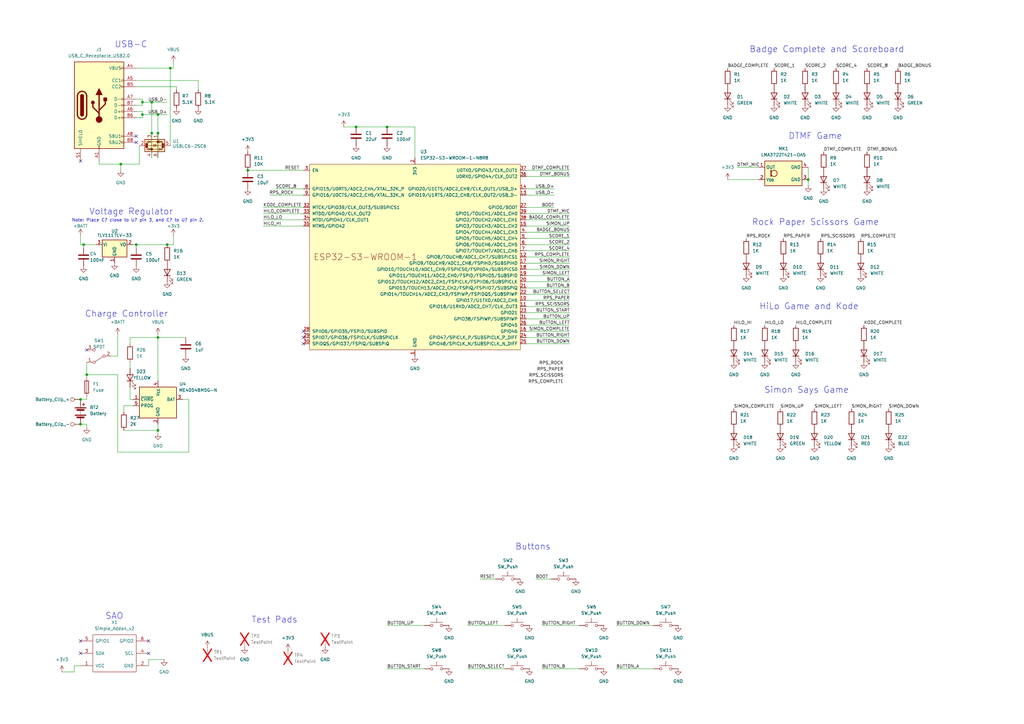
<source format=kicad_sch>
(kicad_sch (version 20250114) (generator "eeschema") (generator_version "9.0")
  (paper "A3")
  (text "USB-C" (at 46.99 19.812 0) (effects (font (size 2.54 2.54)) (justify left bottom)))
  (text "Charge Controller" (at 34.798 130.302 0) (effects (font (size 2.54 2.54)) (justify left bottom)))
  (text "Badge Complete and Scoreboard" (at 307.34 21.844 0) (effects (font (size 2.54 2.54)) (justify left bottom)))
  (text "Test Pads" (at 103.124 255.778 0) (effects (font (size 2.54 2.54)) (justify left bottom)))
  (text "DTMF Game" (at 323.342 57.404 0) (effects (font (size 2.54 2.54)) (justify left bottom)))
  (text "Voltage Regulator" (at 36.576 88.392 0) (effects (font (size 2.54 2.54)) (justify left bottom)))
  (text "SAO" (at 43.18 254.254 0) (effects (font (size 2.54 2.54)) (justify left bottom)))
  (text "HiLo Game and Kode" (at 311.404 127.254 0) (effects (font (size 2.54 2.54)) (justify left bottom)))
  (text "Note: Place C? close to U? pin 3, and C? to U? pin 2." (at 29.464 90.424 0) (effects (font (size 1.27 1.27)) (justify left)))
  (text "Buttons" (at 211.328 225.806 0) (effects (font (size 2.54 2.54)) (justify left bottom)))
  (text "Simon Says Game" (at 313.436 161.544 0) (effects (font (size 2.54 2.54)) (justify left bottom)))
  (text "Rock Paper Scissors Game" (at 308.356 92.71 0) (effects (font (size 2.54 2.54)) (justify left bottom)))
  (junction (at 64.77 176.53))
  (junction (at 68.58 100.33))
  (junction (at 146.05 52.07))
  (junction (at 33.02 173.99))
  (junction (at 101.6 69.85))
  (junction (at 34.29 100.33))
  (junction (at 69.85 27.94))
  (junction (at 64.77 138.43))
  (junction (at 64.77 46.99))
  (junction (at 58.42 46.99))
  (junction (at 49.53 67.31))
  (junction (at 331.47 73.66))
  (junction (at 158.75 52.07))
  (junction (at 35.56 153.67))
  (junction (at 58.42 41.91))
  (junction (at 33.02 163.83))
  (junction (at 62.23 54.61))
  (junction (at 62.23 41.91))
  (junction (at 55.88 100.33))
  (junction (at 64.77 54.61))
  (no_connect (at 124.46 135.89))
  (no_connect (at 33.02 267.97))
  (no_connect (at 124.46 138.43))
  (no_connect (at 60.96 262.89))
  (no_connect (at 60.96 267.97))
  (no_connect (at 33.02 262.89))
  (no_connect (at 55.88 55.88))
  (no_connect (at 35.56 143.51))
  (no_connect (at 124.46 140.97))
  (no_connect (at 33.02 66.04))
  (no_connect (at 55.88 58.42))
  (wire (pts (xy 49.53 67.31) (xy 40.64 67.31)))
  (wire (pts (xy 525.78 64.77) (xy 524.51 64.77)))
  (wire (pts (xy 53.34 163.83) (xy 54.61 163.83)))
  (wire (pts (xy 55.88 100.33) (xy 55.88 101.6)))
  (wire (pts (xy 55.88 100.33) (xy 68.58 100.33)))
  (wire (pts (xy 331.47 73.66) (xy 331.47 76.2)))
  (wire (pts (xy 49.53 67.31) (xy 57.15 67.31)))
  (wire (pts (xy 60.96 270.51) (xy 60.96 273.05)))
  (wire (pts (xy 50.8 166.37) (xy 50.8 168.91)))
  (wire (pts (xy 55.88 45.72) (xy 58.42 45.72)))
  (wire (pts (xy 34.29 100.33) (xy 39.37 100.33)))
  (wire (pts (xy 158.75 256.54) (xy 173.99 256.54)))
  (wire (pts (xy 191.77 274.32) (xy 207.01 274.32)))
  (wire (pts (xy 215.9 120.65) (xy 233.68 120.65)))
  (wire (pts (xy 58.42 45.72) (xy 58.42 46.99)))
  (wire (pts (xy 77.47 163.83) (xy 77.47 185.42)))
  (wire (pts (xy 68.58 100.33) (xy 71.12 100.33)))
  (wire (pts (xy 215.9 102.87) (xy 233.68 102.87)))
  (wire (pts (xy 33.02 96.52) (xy 33.02 100.33)))
  (wire (pts (xy 55.88 33.02) (xy 81.28 33.02)))
  (wire (pts (xy 170.18 52.07) (xy 170.18 64.77)))
  (wire (pts (xy 35.56 163.83) (xy 35.56 162.56)))
  (wire (pts (xy 64.77 138.43) (xy 53.34 138.43)))
  (wire (pts (xy 215.9 95.25) (xy 233.68 95.25)))
  (wire (pts (xy 50.8 176.53) (xy 64.77 176.53)))
  (wire (pts (xy 62.23 54.61) (xy 62.23 64.77)))
  (wire (pts (xy 113.03 77.47) (xy 124.46 77.47)))
  (wire (pts (xy 33.02 163.83) (xy 35.56 163.83)))
  (wire (pts (xy 35.56 153.67) (xy 35.56 154.94)))
  (wire (pts (xy 53.34 138.43) (xy 53.34 140.97)))
  (wire (pts (xy 158.75 274.32) (xy 173.99 274.32)))
  (wire (pts (xy 81.28 33.02) (xy 81.28 36.83)))
  (wire (pts (xy 107.95 92.71) (xy 124.46 92.71)))
  (wire (pts (xy 64.77 138.43) (xy 76.2 138.43)))
  (wire (pts (xy 215.9 140.97) (xy 233.68 140.97)))
  (wire (pts (xy 34.29 100.33) (xy 33.02 100.33)))
  (wire (pts (xy 215.9 113.03) (xy 233.68 113.03)))
  (wire (pts (xy 215.9 80.01) (xy 227.33 80.01)))
  (wire (pts (xy 34.29 100.33) (xy 34.29 101.6)))
  (wire (pts (xy 215.9 138.43) (xy 233.68 138.43)))
  (wire (pts (xy 215.9 107.95) (xy 233.68 107.95)))
  (wire (pts (xy 215.9 100.33) (xy 233.68 100.33)))
  (wire (pts (xy 53.34 148.59) (xy 53.34 151.13)))
  (wire (pts (xy 215.9 123.19) (xy 233.68 123.19)))
  (wire (pts (xy 110.49 80.01) (xy 124.46 80.01)))
  (wire (pts (xy 140.97 52.07) (xy 146.05 52.07)))
  (wire (pts (xy 215.9 105.41) (xy 233.68 105.41)))
  (wire (pts (xy 48.26 153.67) (xy 35.56 153.67)))
  (wire (pts (xy 64.77 54.61) (xy 64.77 64.77)))
  (wire (pts (xy 215.9 77.47) (xy 227.33 77.47)))
  (wire (pts (xy 40.64 67.31) (xy 40.64 66.04)))
  (wire (pts (xy 69.85 27.94) (xy 71.12 27.94)))
  (wire (pts (xy 107.95 87.63) (xy 124.46 87.63)))
  (wire (pts (xy 58.42 43.18) (xy 55.88 43.18)))
  (wire (pts (xy 107.95 90.17) (xy 124.46 90.17)))
  (wire (pts (xy 35.56 173.99) (xy 35.56 175.26)))
  (wire (pts (xy 60.96 270.51) (xy 67.31 270.51)))
  (wire (pts (xy 191.77 256.54) (xy 207.01 256.54)))
  (wire (pts (xy 35.56 148.59) (xy 35.56 153.67)))
  (wire (pts (xy 72.39 35.56) (xy 72.39 36.83)))
  (wire (pts (xy 170.18 52.07) (xy 158.75 52.07)))
  (wire (pts (xy 58.42 41.91) (xy 62.23 41.91)))
  (wire (pts (xy 215.9 125.73) (xy 233.68 125.73)))
  (wire (pts (xy 331.47 68.58) (xy 331.47 73.66)))
  (wire (pts (xy 55.88 40.64) (xy 58.42 40.64)))
  (wire (pts (xy 45.72 146.05) (xy 48.26 146.05)))
  (wire (pts (xy 62.23 41.91) (xy 62.23 54.61)))
  (wire (pts (xy 252.73 274.32) (xy 267.97 274.32)))
  (wire (pts (xy 196.85 237.49) (xy 203.2 237.49)))
  (wire (pts (xy 215.9 110.49) (xy 233.68 110.49)))
  (wire (pts (xy 48.26 137.16) (xy 48.26 146.05)))
  (wire (pts (xy 222.25 274.32) (xy 237.49 274.32)))
  (wire (pts (xy 252.73 256.54) (xy 267.97 256.54)))
  (wire (pts (xy 25.4 275.59) (xy 30.48 275.59)))
  (wire (pts (xy 215.9 90.17) (xy 233.68 90.17)))
  (wire (pts (xy 58.42 40.64) (xy 58.42 41.91)))
  (wire (pts (xy 30.48 275.59) (xy 30.48 273.05)))
  (wire (pts (xy 55.88 35.56) (xy 72.39 35.56)))
  (wire (pts (xy 219.71 237.49) (xy 226.06 237.49)))
  (wire (pts (xy 68.58 41.91) (xy 62.23 41.91)))
  (wire (pts (xy 146.05 52.07) (xy 158.75 52.07)))
  (wire (pts (xy 58.42 41.91) (xy 58.42 43.18)))
  (wire (pts (xy 54.61 100.33) (xy 55.88 100.33)))
  (wire (pts (xy 64.77 46.99) (xy 64.77 54.61)))
  (wire (pts (xy 215.9 130.81) (xy 233.68 130.81)))
  (wire (pts (xy 215.9 133.35) (xy 233.68 133.35)))
  (wire (pts (xy 215.9 135.89) (xy 233.68 135.89)))
  (wire (pts (xy 298.45 73.66) (xy 311.15 73.66)))
  (wire (pts (xy 55.88 48.26) (xy 58.42 48.26)))
  (wire (pts (xy 64.77 137.16) (xy 64.77 138.43)))
  (wire (pts (xy 54.61 166.37) (xy 50.8 166.37)))
  (wire (pts (xy 215.9 97.79) (xy 233.68 97.79)))
  (wire (pts (xy 215.9 92.71) (xy 233.68 92.71)))
  (wire (pts (xy 77.47 185.42) (xy 48.26 185.42)))
  (wire (pts (xy 64.77 138.43) (xy 64.77 156.21)))
  (wire (pts (xy 302.26 68.58) (xy 311.15 68.58)))
  (wire (pts (xy 215.9 128.27) (xy 233.68 128.27)))
  (wire (pts (xy 222.25 256.54) (xy 237.49 256.54)))
  (wire (pts (xy 71.12 25.4) (xy 71.12 27.94)))
  (wire (pts (xy 215.9 72.39) (xy 233.68 72.39)))
  (wire (pts (xy 57.15 59.69) (xy 57.15 67.31)))
  (wire (pts (xy 215.9 85.09) (xy 227.33 85.09)))
  (wire (pts (xy 215.9 115.57) (xy 233.68 115.57)))
  (wire (pts (xy 64.77 177.8) (xy 64.77 176.53)))
  (wire (pts (xy 215.9 118.11) (xy 233.68 118.11)))
  (wire (pts (xy 58.42 46.99) (xy 64.77 46.99)))
  (wire (pts (xy 53.34 158.75) (xy 53.34 163.83)))
  (wire (pts (xy 68.58 46.99) (xy 64.77 46.99)))
  (wire (pts (xy 74.93 163.83) (xy 77.47 163.83)))
  (wire (pts (xy 69.85 27.94) (xy 69.85 59.69)))
  (wire (pts (xy 58.42 46.99) (xy 58.42 48.26)))
  (wire (pts (xy 30.48 273.05) (xy 33.02 273.05)))
  (wire (pts (xy 107.95 85.09) (xy 124.46 85.09)))
  (wire (pts (xy 33.02 173.99) (xy 35.56 173.99)))
  (wire (pts (xy 101.6 69.85) (xy 124.46 69.85)))
  (wire (pts (xy 49.53 69.85) (xy 49.53 67.31)))
  (wire (pts (xy 55.88 27.94) (xy 69.85 27.94)))
  (wire (pts (xy 215.9 69.85) (xy 233.68 69.85)))
  (wire (pts (xy 48.26 185.42) (xy 48.26 153.67)))
  (wire (pts (xy 71.12 96.52) (xy 71.12 100.33)))
  (wire (pts (xy 215.9 87.63) (xy 233.68 87.63)))
  (wire (pts (xy 64.77 176.53) (xy 64.77 173.99)))
  (label "DTMF_BONUS" (at 355.6 62.23 0))
  (label "SIMON_UP" (at 320.04 167.64 0))
  (label "RPS_ROCK" (at 306.07 97.79 0))
  (label "SIMON_RIGHT" (at 349.25 167.64 0))
  (label "SCORE_2" (at 330.2 27.94 0))
  (label "BUTTON_RIGHT" (at 222.25 256.54 0))
  (label "" (at 229.87 96.52 180))
  (label "RPS_PAPER" (at 321.31 97.79 0))
  (label "BUTTON_DOWN" (at 233.68 140.97 180))
  (label "BUTTON_START" (at 233.68 128.27 180))
  (label "BUTTON_B" (at 222.25 274.32 0))
  (label "USB_D+" (at 68.58 46.99 180))
  (label "USB_D-" (at 227.33 80.01 180))
  (label "BUTTON_A" (at 252.73 274.32 0))
  (label "BUTTON_LEFT" (at 191.77 256.54 0))
  (label "RESET" (at 116.84 69.85 0))
  (label "RPS_SCISSORS" (at 233.68 125.73 180))
  (label "SCORE_8" (at 113.03 77.47 0))
  (label "SCORE_1" (at 233.68 97.79 180))
  (label "USB_D-" (at 68.58 41.91 180))
  (label "RPS_COMPLETE" (at 353.06 97.79 0))
  (label "HILO_HI" (at 107.95 92.71 0))
  (label "BADGE_COMPLETE" (at 298.45 27.94 0))
  (label "BUTTON_RIGHT" (at 233.68 138.43 180))
  (label "DTMF_MIC" (at 302.26 68.58 0))
  (label "SIMON_DOWN" (at 233.68 110.49 180))
  (label "USB_D+" (at 227.33 77.47 180))
  (label "BOOT" (at 227.33 85.09 180))
  (label "HILO_HI" (at 300.99 133.35 0))
  (label "BADGE_BONUS" (at 368.3 27.94 0))
  (label "SCORE_8" (at 355.6 27.94 0))
  (label "BUTTON_DOWN" (at 252.73 256.54 0))
  (label "SCORE_4" (at 233.68 102.87 180))
  (label "SCORE_2" (at 233.68 100.33 180))
  (label "SIMON_DOWN" (at 364.49 167.64 0))
  (label "" (at 231.14 96.52 180))
  (label "BUTTON_LEFT" (at 233.68 133.35 180))
  (label "SIMON_LEFT" (at 233.68 113.03 180))
  (label "RPS_SCISSORS" (at 336.55 97.79 0))
  (label "RPS_COMPLETE" (at 233.68 105.41 180))
  (label "KODE_COMPLETE" (at 354.33 133.35 0))
  (label "RPS_PAPER" (at 231.14 152.4 180))
  (label "BUTTON_UP" (at 158.75 256.54 0))
  (label "BUTTON_A" (at 233.68 115.57 180))
  (label "SIMON_UP" (at 233.68 92.71 180))
  (label "BADGE_COMPLETE" (at 233.68 90.17 180))
  (label "BUTTON_SELECT" (at 191.77 274.32 0))
  (label "BOOT" (at 219.71 237.49 0))
  (label "SIMON_COMPLETE" (at 233.68 135.89 180))
  (label "HILO_LO" (at 107.95 90.17 0))
  (label "DTMF_COMPLETE" (at 337.82 62.23 0))
  (label "BADGE_BONUS" (at 233.68 95.25 180))
  (label "RPS_PAPER" (at 233.68 123.19 180))
  (label "RPS_COMPLETE" (at 231.14 157.48 180))
  (label "RPS_ROCK" (at 231.14 149.86 180))
  (label "KODE_COMPLETE" (at 107.95 85.09 0))
  (label "SIMON_LEFT" (at 334.01 167.64 0))
  (label "SCORE_1" (at 317.5 27.94 0))
  (label "DTMF_COMPLETE" (at 233.68 69.85 180))
  (label "BUTTON_B" (at 233.68 118.11 180))
  (label "SIMON_COMPLETE" (at 300.99 167.64 0))
  (label "RPS_ROCK" (at 110.49 80.01 0))
  (label "RPS_SCISSORS" (at 231.14 154.94 180))
  (label "HILO_LO" (at 313.69 133.35 0))
  (label "SIMON_RIGHT" (at 233.68 107.95 180))
  (label "BUTTON_UP" (at 233.68 130.81 180))
  (label "DTMF_BONUS" (at 233.68 72.39 180))
  (label "BUTTON_SELECT" (at 233.68 120.65 180))
  (label "BUTTON_START" (at 158.75 274.32 0))
  (label "SCORE_4" (at 342.9 27.94 0))
  (label "HILO_COMPLETE" (at 326.39 133.35 0))
  (label "RESET" (at 196.85 237.49 0))
  (label "DTMF_MIC" (at 233.68 87.63 180))
  (label "HILO_COMPLETE" (at 107.95 87.63 0))
  (symbol (lib_name "LED_1") (lib_id "Device:LED") (at 298.45 39.37 90) (unit 1)
    (property "Reference" "D1" (at 302.26 39.6874 90) (effects (justify right)))
    (property "Value" "GREEN" (at 302.26 42.2274 90) (effects (justify right)))
    (property "Footprint" "LED_SMD:LED_0805_2012Metric_Pad1.15x1.40mm_HandSolder" (effects (hide yes)))
    (property "Description" "Light emitting diode" (effects (hide yes)))
    (property "Sim.Pins" "1=K 2=A" (effects (hide yes)))
    (property "LCSC" "C2297" (effects (hide yes)))
    (property "Link" "https://jlcpcb.com/partdetail/Hubei_KentoElec-KT0805G/C2297" (effects (hide yes)))
  )
  (symbol (lib_name "LED_1") (lib_id "Device:LED") (at 334.01 179.07 90) (unit 1)
    (property "Reference" "D20" (at 337.82 179.3874 90) (effects (justify right)))
    (property "Value" "YELLOW" (at 337.82 181.9274 90) (effects (justify right)))
    (property "Footprint" "LED_SMD:LED_0805_2012Metric_Pad1.15x1.40mm_HandSolder" (effects (hide yes)))
    (property "Description" "Light emitting diode" (effects (hide yes)))
    (property "Sim.Pins" "1=K 2=A" (effects (hide yes)))
    (property "LCSC" "C2296" (effects (hide yes)))
    (property "Link" "https://jlcpcb.com/partdetail/Hubei_KentoElec-KT0805Y/C2296" (effects (hide yes)))
  )
  (symbol (lib_name "GND_4") (lib_id "power:GND") (at 330.2 43.18 0) (unit 1)
    (property "Reference" "#PWR04" (effects (hide yes)))
    (property "Value" "GND" (at 330.2 48.26 0))
    (property "Description" "Power symbol creates a global label with name \"GND\" , ground" (effects (hide yes)))
  )
  (symbol (lib_name "GND_5") (lib_id "power:GND") (at 247.65 274.32 0) (unit 1)
    (property "Reference" "#PWR053" (effects (hide yes)))
    (property "Value" "GND" (at 247.65 279.4 0))
    (property "Description" "Power symbol creates a global label with name \"GND\" , ground" (effects (hide yes)))
  )
  (symbol (lib_name "LED_1") (lib_id "Device:LED") (at 326.39 144.78 90) (unit 1)
    (property "Reference" "D16" (at 330.2 145.0974 90) (effects (justify right)))
    (property "Value" "WHITE" (at 330.2 147.6374 90) (effects (justify right)))
    (property "Footprint" "LED_SMD:LED_0805_2012Metric_Pad1.15x1.40mm_HandSolder" (effects (hide yes)))
    (property "Description" "Light emitting diode" (effects (hide yes)))
    (property "Sim.Pins" "1=K 2=A" (effects (hide yes)))
    (property "LCSC" "C34499" (effects (hide yes)))
    (property "Link" "https://jlcpcb.com/partdetail/Hubei_KentoElec-KT0805W/C34499" (effects (hide yes)))
  )
  (symbol (lib_id "RuffLabs:LMA3722T421-OA5") (at 321.31 71.12 0) (unit 1)
    (property "Reference" "MK1" (at 321.31 60.96 0))
    (property "Value" "LMA3722T421-OA5" (at 321.31 63.5 0))
    (property "Footprint" "RuffLabs:LMA3722T421-OA5" (effects (hide yes)))
    (property "Datasheet" "https://jlcpcb.com/api/file/downloadByFileSystemAccessId/8603050779259248640" (effects (hide yes)))
    (property "Description" "MEMS microphone" (effects (hide yes)))
    (property "LCSC" "C5373233" (effects (hide yes)))
  )
  (symbol (lib_name "LED_1") (lib_id "Device:LED") (at 364.49 179.07 90) (unit 1)
    (property "Reference" "D22" (at 368.3 179.3874 90) (effects (justify right)))
    (property "Value" "BLUE" (at 368.3 181.9274 90) (effects (justify right)))
    (property "Footprint" "LED_SMD:LED_0805_2012Metric_Pad1.15x1.40mm_HandSolder" (effects (hide yes)))
    (property "Description" "Light emitting diode" (effects (hide yes)))
    (property "Sim.Pins" "1=K 2=A" (effects (hide yes)))
    (property "LCSC" "C2293" (effects (hide yes)))
    (property "Link" "https://jlcpcb.com/partdetail/Hubei_KentoElec-KT0805B/C2293" (effects (hide yes)))
  )
  (symbol (lib_id "Device:R") (at 50.8 172.72 0) (unit 1)
    (property "Reference" "R27" (at 53.34 171.45 0) (effects (justify left)))
    (property "Value" "2K" (at 53.34 173.99 0) (effects (justify left)))
    (property "Footprint" "Resistor_SMD:R_0805_2012Metric_Pad1.20x1.40mm_HandSolder" (effects (hide yes)))
    (property "Description" "Resistor SMD" (effects (hide yes)))
    (property "LCSC" "C17604" (effects (hide yes)))
  )
  (symbol (lib_id "power:GND") (at 68.58 115.57 0) (unit 1)
    (property "Reference" "#PWR029" (effects (hide yes)))
    (property "Value" "GND" (at 68.58 120.65 0))
  )
  (symbol (lib_name "GND_5") (lib_id "power:GND") (at 184.15 274.32 0) (unit 1)
    (property "Reference" "#PWR051" (effects (hide yes)))
    (property "Value" "GND" (at 184.15 279.4 0))
    (property "Description" "Power symbol creates a global label with name \"GND\" , ground" (effects (hide yes)))
  )
  (symbol (lib_id "Switch:SW_Push") (at 179.07 274.32 0) (unit 1)
    (property "Reference" "SW8" (at 179.07 266.7 0))
    (property "Value" "SW_Push" (at 179.07 269.24 0))
    (property "Footprint" "RuffLabs:SW_Push_1P1T_XKB_TS-1187A" (effects (hide yes)))
    (property "LCSC" "C318884" (effects (hide yes)))
  )
  (symbol (lib_name "GND_4") (lib_id "power:GND") (at 337.82 77.47 0) (unit 1)
    (property "Reference" "#PWR013" (effects (hide yes)))
    (property "Value" "GND" (at 337.82 82.55 0))
    (property "Description" "Power symbol creates a global label with name \"GND\" , ground" (effects (hide yes)))
  )
  (symbol (lib_name "+3V3_5") (lib_id "power:+3V3") (at 298.45 73.66 0) (unit 1)
    (property "Reference" "#PWR011" (effects (hide yes)))
    (property "Value" "+3V3" (at 298.45 68.58 0))
    (property "Description" "Power symbol creates a global label with name \"+3V3\"" (effects (hide yes)))
  )
  (symbol (lib_name "LED_1") (lib_id "Device:LED") (at 342.9 39.37 90) (unit 1)
    (property "Reference" "D4" (at 346.71 39.6874 90) (effects (justify right)))
    (property "Value" "WHITE" (at 346.71 42.2274 90) (effects (justify right)))
    (property "Footprint" "LED_SMD:LED_0805_2012Metric_Pad1.15x1.40mm_HandSolder" (effects (hide yes)))
    (property "Description" "Light emitting diode" (effects (hide yes)))
    (property "Sim.Pins" "1=K 2=A" (effects (hide yes)))
    (property "LCSC" "C34499" (effects (hide yes)))
    (property "Link" "https://jlcpcb.com/partdetail/Hubei_KentoElec-KT0805W/C34499" (effects (hide yes)))
  )
  (symbol (lib_id "Device:R") (at 317.5 31.75 0) (unit 1)
    (property "Reference" "R2" (at 320.04 30.4799 0) (effects (justify left)))
    (property "Value" "1K" (at 320.04 33.0199 0) (effects (justify left)))
    (property "Footprint" "Resistor_SMD:R_0805_2012Metric_Pad1.20x1.40mm_HandSolder" (effects (hide yes)))
    (property "Description" "Resistor" (effects (hide yes)))
    (property "LCSC" "C17513" (effects (hide yes)))
  )
  (symbol (lib_id "Device:R") (at 320.04 171.45 0) (unit 1)
    (property "Reference" "R22" (at 322.58 170.1799 0) (effects (justify left)))
    (property "Value" "1K" (at 322.58 172.7199 0) (effects (justify left)))
    (property "Footprint" "Resistor_SMD:R_0805_2012Metric_Pad1.20x1.40mm_HandSolder" (effects (hide yes)))
    (property "Description" "Resistor" (effects (hide yes)))
    (property "LCSC" "C17513" (effects (hide yes)))
  )
  (symbol (lib_name "GND_4") (lib_id "power:GND") (at 317.5 43.18 0) (unit 1)
    (property "Reference" "#PWR03" (effects (hide yes)))
    (property "Value" "GND" (at 317.5 48.26 0))
    (property "Description" "Power symbol creates a global label with name \"GND\" , ground" (effects (hide yes)))
  )
  (symbol (lib_id "Connector:TestPoint") (at 33.02 173.99 90) (unit 1)
    (property "Reference" "BT3" (effects (hide yes)))
    (property "Value" "Battery_Clip_-" (at 21.59 173.99 90))
    (property "Footprint" "RuffLabs:MY-AA-04" (effects (hide yes)))
    (property "LCSC" "C2979179" (effects (hide yes)))
  )
  (symbol (lib_id "power:GND") (at 46.99 107.95 0) (unit 1)
    (property "Reference" "#PWR026" (effects (hide yes)))
    (property "Value" "GND" (at 46.99 113.03 0))
  )
  (symbol (lib_name "GND_4") (lib_id "power:GND") (at 354.33 148.59 0) (unit 1)
    (property "Reference" "#PWR033" (effects (hide yes)))
    (property "Value" "GND" (at 354.33 153.67 0))
    (property "Description" "Power symbol creates a global label with name \"GND\" , ground" (effects (hide yes)))
  )
  (symbol (lib_id "Device:R") (at 334.01 171.45 0) (unit 1)
    (property "Reference" "R23" (at 336.55 170.1799 0) (effects (justify left)))
    (property "Value" "1K" (at 336.55 172.7199 0) (effects (justify left)))
    (property "Footprint" "Resistor_SMD:R_0805_2012Metric_Pad1.20x1.40mm_HandSolder" (effects (hide yes)))
    (property "Description" "Resistor" (effects (hide yes)))
    (property "LCSC" "C17513" (effects (hide yes)))
  )
  (symbol (lib_id "Device:R") (at 349.25 171.45 0) (unit 1)
    (property "Reference" "R24" (at 351.79 170.1799 0) (effects (justify left)))
    (property "Value" "1K" (at 351.79 172.7199 0) (effects (justify left)))
    (property "Footprint" "Resistor_SMD:R_0805_2012Metric_Pad1.20x1.40mm_HandSolder" (effects (hide yes)))
    (property "Description" "Resistor" (effects (hide yes)))
    (property "LCSC" "C17513" (effects (hide yes)))
  )
  (symbol (lib_id "Switch:SW_Push") (at 231.14 237.49 0) (unit 1)
    (property "Reference" "SW3" (at 231.14 229.87 0))
    (property "Value" "SW_Push" (at 231.14 232.41 0))
    (property "Footprint" "RuffLabs:SW_Push_1P1T_XKB_TS-1187A" (effects (hide yes)))
    (property "Description" "Push button switch, generic, two pins" (effects (hide yes)))
    (property "LCSC" "C318884" (effects (hide yes)))
  )
  (symbol (lib_name "LED_1") (lib_id "Device:LED") (at 300.99 144.78 90) (unit 1)
    (property "Reference" "D14" (at 304.8 145.0974 90) (effects (justify right)))
    (property "Value" "WHITE" (at 304.8 147.6374 90) (effects (justify right)))
    (property "Footprint" "LED_SMD:LED_0805_2012Metric_Pad1.15x1.40mm_HandSolder" (effects (hide yes)))
    (property "Description" "Light emitting diode" (effects (hide yes)))
    (property "Sim.Pins" "1=K 2=A" (effects (hide yes)))
    (property "LCSC" "C34499" (effects (hide yes)))
    (property "Link" "https://jlcpcb.com/partdetail/Hubei_KentoElec-KT0805W/C34499" (effects (hide yes)))
  )
  (symbol (lib_id "Device:R") (at 337.82 66.04 0) (unit 1)
    (property "Reference" "R9" (at 340.36 64.7699 0) (effects (justify left)))
    (property "Value" "1K" (at 340.36 67.3099 0) (effects (justify left)))
    (property "Footprint" "Resistor_SMD:R_0805_2012Metric_Pad1.20x1.40mm_HandSolder" (effects (hide yes)))
    (property "Description" "Resistor" (effects (hide yes)))
    (property "LCSC" "C17513" (effects (hide yes)))
  )
  (symbol (lib_name "GND_4") (lib_id "power:GND") (at 355.6 77.47 0) (unit 1)
    (property "Reference" "#PWR014" (effects (hide yes)))
    (property "Value" "GND" (at 355.6 82.55 0))
    (property "Description" "Power symbol creates a global label with name \"GND\" , ground" (effects (hide yes)))
  )
  (symbol (lib_name "GND_5") (lib_id "power:GND") (at 217.17 256.54 0) (unit 1)
    (property "Reference" "#PWR048" (effects (hide yes)))
    (property "Value" "GND" (at 217.17 261.62 0))
    (property "Description" "Power symbol creates a global label with name \"GND\" , ground" (effects (hide yes)))
  )
  (symbol (lib_name "GND_7") (lib_id "power:GND") (at 101.6 77.47 0) (unit 1)
    (property "Reference" "#PWR019" (effects (hide yes)))
    (property "Value" "GND" (at 101.6 82.55 0))
    (property "Description" "Power symbol creates a global label with name \"GND\" , ground" (effects (hide yes)))
  )
  (symbol (lib_id "power:GND") (at 364.49 182.88 0) (unit 1)
    (property "Reference" "#PWR042" (effects (hide yes)))
    (property "Value" "GND" (at 364.49 187.96 0))
  )
  (symbol (lib_name "+3V3_1") (lib_id "power:+3V3") (at 71.12 96.52 0) (unit 1)
    (property "Reference" "#PWR025" (effects (hide yes)))
    (property "Value" "+3V3" (at 71.12 92.71 0))
    (property "Description" "Power symbol creates a global label with name \"+3V3\"" (effects (hide yes)))
  )
  (symbol (lib_id "Switch:SW_Push") (at 208.28 237.49 0) (unit 1)
    (property "Reference" "SW2" (at 208.28 229.87 0))
    (property "Value" "SW_Push" (at 208.28 232.41 0))
    (property "Footprint" "RuffLabs:SW_Push_1P1T_XKB_TS-1187A" (effects (hide yes)))
    (property "Description" "Push button switch, generic, two pins" (effects (hide yes)))
    (property "LCSC" "C318884" (effects (hide yes)))
  )
  (symbol (lib_id "Switch:SW_SPDT") (at 40.64 146.05 180) (unit 1)
    (property "Reference" "SW1" (at 40.64 139.7 0))
    (property "Value" "SPDT" (at 40.64 142.24 0))
    (property "Footprint" "Button_Switch_SMD:SW_SPDT_PCM12" (effects (hide yes)))
    (property "Description" "Power switch" (effects (hide yes)))
    (property "LCSC" "C431541" (effects (hide yes)))
  )
  (symbol (lib_id "Device:R") (at 313.69 137.16 0) (unit 1)
    (property "Reference" "R18" (at 316.23 135.8899 0) (effects (justify left)))
    (property "Value" "1K" (at 316.23 138.4299 0) (effects (justify left)))
    (property "Footprint" "Resistor_SMD:R_0805_2012Metric_Pad1.20x1.40mm_HandSolder" (effects (hide yes)))
    (property "Description" "Resistor" (effects (hide yes)))
    (property "LCSC" "C17513" (effects (hide yes)))
  )
  (symbol (lib_id "Battery_Management:LTC4054ES5-4.2") (at 64.77 163.83 0) (unit 1)
    (property "Reference" "U4" (at 74.93 157.48 0))
    (property "Value" "ME4054BM5G-N" (at 81.28 160.02 0))
    (property "Footprint" "Package_TO_SOT_SMD:TSOT-23-5" (effects (hide yes)))
    (property "Datasheet" "https://wmsc.lcsc.com/wmsc/upload/file/pdf/v2/lcsc/2401181411_MICRONE-Nanjing-Micro-One-Elec-ME4054BM5G-N_C478383.pdf" (effects (hide yes)))
    (property "Description" "Battery charge controller" (effects (hide yes)))
    (property "LCSC" "C478383" (effects (hide yes)))
  )
  (symbol (lib_name "LED_1") (lib_id "Device:LED") (at 313.69 144.78 90) (unit 1)
    (property "Reference" "D15" (at 317.5 145.0974 90) (effects (justify right)))
    (property "Value" "WHITE" (at 317.5 147.6374 90) (effects (justify right)))
    (property "Footprint" "LED_SMD:LED_0805_2012Metric_Pad1.15x1.40mm_HandSolder" (effects (hide yes)))
    (property "Description" "Light emitting diode" (effects (hide yes)))
    (property "Sim.Pins" "1=K 2=A" (effects (hide yes)))
    (property "LCSC" "C34499" (effects (hide yes)))
    (property "Link" "https://jlcpcb.com/partdetail/Hubei_KentoElec-KT0805W/C34499" (effects (hide yes)))
  )
  (symbol (lib_name "GND_4") (lib_id "power:GND") (at 300.99 182.88 0) (unit 1)
    (property "Reference" "#PWR038" (effects (hide yes)))
    (property "Value" "GND" (at 300.99 187.96 0))
    (property "Description" "Power symbol creates a global label with name \"GND\" , ground" (effects (hide yes)))
  )
  (symbol (lib_name "GND_5") (lib_id "power:GND") (at 184.15 256.54 0) (unit 1)
    (property "Reference" "#PWR047" (effects (hide yes)))
    (property "Value" "GND" (at 184.15 261.62 0))
    (property "Description" "Power symbol creates a global label with name \"GND\" , ground" (effects (hide yes)))
  )
  (symbol (lib_name "LED_1") (lib_id "Device:LED") (at 368.3 39.37 90) (unit 1)
    (property "Reference" "D6" (at 372.11 39.6874 90) (effects (justify right)))
    (property "Value" "GREEN" (at 372.11 42.2274 90) (effects (justify right)))
    (property "Footprint" "LED_SMD:LED_0805_2012Metric_Pad1.15x1.40mm_HandSolder" (effects (hide yes)))
    (property "Description" "Light emitting diode" (effects (hide yes)))
    (property "Sim.Pins" "1=K 2=A" (effects (hide yes)))
    (property "LCSC" "C2297" (effects (hide yes)))
    (property "Link" "https://jlcpcb.com/partdetail/Hubei_KentoElec-KT0805G/C2297" (effects (hide yes)))
  )
  (symbol (lib_id "Device:C") (at 158.75 55.88 0) (unit 1)
    (property "Reference" "C2" (at 162.56 54.6099 0) (effects (justify left)))
    (property "Value" "100nF" (at 162.56 57.1499 0) (effects (justify left)))
    (property "Footprint" "Capacitor_SMD:C_0805_2012Metric_Pad1.18x1.45mm_HandSolder" (effects (hide yes)))
    (property "Description" "Unpolarized capacitor" (effects (hide yes)))
    (property "LCSC" "C49678" (effects (hide yes)))
  )
  (symbol (lib_id "Connector:USB_C_Receptacle_USB2.0") (at 40.64 43.18 0) (unit 1)
    (property "Reference" "J1" (at 40.64 20.32 0))
    (property "Value" "USB_C_Receptacle_USB2.0" (at 40.64 22.86 0))
    (property "Footprint" "RuffLabs:USB_C_Receptacle_G-Switch_GT-USB-7010ASV" (effects (hide yes)))
    (property "Datasheet" "https://wmsc.lcsc.com/wmsc/upload/file/pdf/v2/lcsc/2303271630_G-Switch-GT-USB-7010ASV_C2988369.pdf" (effects (hide yes)))
    (property "Description" "USB Type-C connector" (effects (hide yes)))
    (property "LCSC" "C2988369" (effects (hide yes)))
    (property "Link" "https://jlcpcb.com/partdetail/gswitch-GT_USB7010ASV/C2988369" (effects (hide yes)))
  )
  (symbol (lib_name "LED_1") (lib_id "Device:LED") (at 317.5 39.37 90) (unit 1)
    (property "Reference" "D2" (at 321.31 39.6874 90) (effects (justify right)))
    (property "Value" "WHITE" (at 321.31 42.2274 90) (effects (justify right)))
    (property "Footprint" "LED_SMD:LED_0805_2012Metric_Pad1.15x1.40mm_HandSolder" (effects (hide yes)))
    (property "Description" "Light emitting diode" (effects (hide yes)))
    (property "Sim.Pins" "1=K 2=A" (effects (hide yes)))
    (property "LCSC" "C34499" (effects (hide yes)))
    (property "Link" "https://jlcpcb.com/partdetail/Hubei_KentoElec-KT0805W/C34499" (effects (hide yes)))
  )
  (symbol (lib_id "Device:Battery") (at 33.02 168.91 0) (unit 1) (exclude_from_sim yes) (in_bom no) (on_board no)
    (property "Reference" "BT2" (at 36.83 167.0684 0) (effects (justify left)))
    (property "Value" "Battery" (at 36.83 169.6084 0) (effects (justify left)))
    (property "Footprint" "RuffLabs:MY-AA-04" (effects (hide yes)))
    (property "Description" "SMD Battery clips for AA battery." (effects (hide yes)))
    (property "LCSC" "C2979179" (effects (hide yes)))
    (property "Link" "https://jlcpcb.com/partdetail/Myoung-MY_AA04/C2979179" (effects (hide yes)))
  )
  (symbol (lib_name "GND_3") (lib_id "power:GND") (at 67.31 270.51 0) (unit 1)
    (property "Reference" "#PWR055" (effects (hide yes)))
    (property "Value" "GND" (at 67.31 275.59 0))
    (property "Description" "Power symbol creates a global label with name \"GND\" , ground" (effects (hide yes)))
  )
  (symbol (lib_name "GND_1") (lib_id "power:GND") (at 100.33 265.43 0) (unit 1)
    (property "Reference" "#PWR057" (effects (hide yes)))
    (property "Value" "GND" (at 100.33 270.51 0))
    (property "Description" "Power symbol creates a global label with name \"GND\" , ground" (effects (hide yes)))
  )
  (symbol (lib_id "Device:C") (at 76.2 142.24 0) (unit 1)
    (property "Reference" "C6" (at 80.01 140.9699 0) (effects (justify left)))
    (property "Value" "1uF" (at 80.01 143.5099 0) (effects (justify left)))
    (property "Footprint" "Capacitor_SMD:C_0805_2012Metric_Pad1.18x1.45mm_HandSolder" (effects (hide yes)))
    (property "Datasheet" "https://wmsc.lcsc.com/wmsc/upload/file/pdf/v2/lcsc/2304140030_Samsung-Electro-Mechanics-CL05A105KA5NQNC_C52923.pdf" (effects (hide yes)))
    (property "Description" "Capacitor SMD" (effects (hide yes)))
    (property "LCSC" "C28323" (effects (hide yes)))
  )
  (symbol (lib_id "Switch:SW_Push") (at 179.07 256.54 0) (unit 1)
    (property "Reference" "SW4" (at 179.07 248.92 0))
    (property "Value" "SW_Push" (at 179.07 251.46 0))
    (property "Footprint" "RuffLabs:SW_Push_1P1T_XKB_TS-1187A" (effects (hide yes)))
    (property "LCSC" "C318884" (effects (hide yes)))
  )
  (symbol (lib_id "power:GND") (at 306.07 113.03 0) (unit 1)
    (property "Reference" "#PWR020" (effects (hide yes)))
    (property "Value" "GND" (at 306.07 118.11 0))
  )
  (symbol (lib_name "LED_1") (lib_id "Device:LED") (at 300.99 179.07 90) (unit 1)
    (property "Reference" "D18" (at 304.8 179.3874 90) (effects (justify right)))
    (property "Value" "WHITE" (at 304.8 181.9274 90) (effects (justify right)))
    (property "Footprint" "LED_SMD:LED_0805_2012Metric_Pad1.15x1.40mm_HandSolder" (effects (hide yes)))
    (property "Description" "Light emitting diode" (effects (hide yes)))
    (property "Sim.Pins" "1=K 2=A" (effects (hide yes)))
    (property "LCSC" "C34499" (effects (hide yes)))
    (property "Link" "https://jlcpcb.com/partdetail/Hubei_KentoElec-KT0805W/C34499" (effects (hide yes)))
  )
  (symbol (lib_id "Connector:TestPoint") (at 85.09 265.43 180) (unit 1) (in_bom no) (dnp yes)
    (property "Reference" "TP1" (at 87.63 267.4619 0) (effects (justify right)))
    (property "Value" "TestPoint" (at 87.63 270.0019 0) (effects (justify right)))
    (property "Footprint" "TestPoint:TestPoint_Pad_1.5x1.5mm" (effects (hide yes)))
    (property "Description" "test point" (effects (hide yes)))
  )
  (symbol (lib_name "GND_7") (lib_id "power:GND") (at 170.18 146.05 0) (unit 1)
    (property "Reference" "#PWR037" (effects (hide yes)))
    (property "Value" "GND" (at 170.18 151.13 0))
    (property "Description" "Power symbol creates a global label with name \"GND\" , ground" (effects (hide yes)))
  )
  (symbol (lib_name "GND_5") (lib_id "power:GND") (at 278.13 274.32 0) (unit 1)
    (property "Reference" "#PWR054" (effects (hide yes)))
    (property "Value" "GND" (at 278.13 279.4 0))
    (property "Description" "Power symbol creates a global label with name \"GND\" , ground" (effects (hide yes)))
  )
  (symbol (lib_id "Device:R") (at 336.55 101.6 0) (unit 1)
    (property "Reference" "R14" (at 339.09 100.3299 0) (effects (justify left)))
    (property "Value" "1K" (at 339.09 102.8699 0) (effects (justify left)))
    (property "Footprint" "Resistor_SMD:R_0805_2012Metric_Pad1.20x1.40mm_HandSolder" (effects (hide yes)))
    (property "Description" "Resistor" (effects (hide yes)))
    (property "LCSC" "C17513" (effects (hide yes)))
  )
  (symbol (lib_id "Device:LED") (at 68.58 111.76 90) (unit 1)
    (property "Reference" "D13" (at 72.39 112.0774 90) (effects (justify right)))
    (property "Value" "GREEN" (at 72.39 114.6174 90) (effects (justify right)))
    (property "Footprint" "LED_SMD:LED_0805_2012Metric_Pad1.15x1.40mm_HandSolder" (effects (hide yes)))
    (property "Description" "LED Green" (effects (hide yes)))
    (property "LCSC" "C2297" (effects (hide yes)))
  )
  (symbol (lib_id "Device:Fuse") (at 35.56 158.75 0) (unit 1)
    (property "Reference" "F1" (at 38.1 157.4799 0) (effects (justify left)))
    (property "Value" "Fuse" (at 38.1 160.0199 0) (effects (justify left)))
    (property "Footprint" "Fuse:Fuse_1206_3216Metric_Pad1.42x1.75mm_HandSolder" (effects (hide yes)))
    (property "Datasheet" "https://wmsc.lcsc.com/wmsc/upload/file/pdf/v2/lcsc/1810101859_TLC-Electronic-TLC-NSMD200_C261957.pdf" (effects (hide yes)))
    (property "Description" "Fuse" (effects (hide yes)))
    (property "LCSC" "C261957" (effects (hide yes)))
  )
  (symbol (lib_name "LED_1") (lib_id "Device:LED") (at 353.06 109.22 90) (unit 1)
    (property "Reference" "D12" (at 356.87 109.5374 90) (effects (justify right)))
    (property "Value" "WHITE" (at 356.87 112.0774 90) (effects (justify right)))
    (property "Footprint" "LED_SMD:LED_0805_2012Metric_Pad1.15x1.40mm_HandSolder" (effects (hide yes)))
    (property "Description" "Light emitting diode" (effects (hide yes)))
    (property "Sim.Pins" "1=K 2=A" (effects (hide yes)))
    (property "LCSC" "C34499" (effects (hide yes)))
    (property "Link" "https://jlcpcb.com/partdetail/Hubei_KentoElec-KT0805B/C2293" (effects (hide yes)))
  )
  (symbol (lib_name "GND_2") (lib_id "power:GND") (at 146.05 59.69 0) (unit 1)
    (property "Reference" "#PWR015" (effects (hide yes)))
    (property "Value" "GND" (at 146.05 64.77 0))
    (property "Description" "Power symbol creates a global label with name \"GND\" , ground" (effects (hide yes)))
  )
  (symbol (lib_id "Device:R") (at 81.28 40.64 0) (unit 1)
    (property "Reference" "R8" (at 83.82 39.3699 0) (effects (justify left)))
    (property "Value" "5.1K" (at 83.82 41.9099 0) (effects (justify left)))
    (property "Footprint" "Resistor_SMD:R_0805_2012Metric_Pad1.20x1.40mm_HandSolder" (effects (hide yes)))
    (property "Description" "Resistor SMD" (effects (hide yes)))
    (property "LCSC" "C27834" (effects (hide yes)))
  )
  (symbol (lib_id "Device:C") (at 55.88 105.41 0) (unit 1)
    (property "Reference" "C5" (at 59.69 104.14 0) (effects (justify left)))
    (property "Value" "100uF" (at 59.69 106.68 0) (effects (justify left)))
    (property "Footprint" "Capacitor_SMD:C_1206_3216Metric_Pad1.33x1.80mm_HandSolder" (effects (hide yes)))
    (property "Description" "Capacitor SMD" (effects (hide yes)))
    (property "LCSC" "C15008" (effects (hide yes)))
  )
  (symbol (lib_id "power:GND") (at 334.01 182.88 0) (unit 1)
    (property "Reference" "#PWR040" (effects (hide yes)))
    (property "Value" "GND" (at 334.01 187.96 0))
  )
  (symbol (lib_id "Device:R") (at 53.34 144.78 0) (unit 1)
    (property "Reference" "R26" (at 55.88 143.5099 0) (effects (justify left)))
    (property "Value" "1K" (at 55.88 146.0499 0) (effects (justify left)))
    (property "Footprint" "Resistor_SMD:R_0805_2012Metric_Pad1.20x1.40mm_HandSolder" (effects (hide yes)))
    (property "Description" "Resistor" (effects (hide yes)))
    (property "LCSC" "C17513" (effects (hide yes)))
  )
  (symbol (lib_id "Simple_Addon_V2:Simple_Addon_v2") (at 46.99 267.97 90) (unit 1)
    (property "Reference" "X1" (at 46.99 255.27 90))
    (property "Value" "Simple_Addon_v2" (at 46.99 257.81 90))
    (property "Footprint" "Simple_Addon_v2:Simple_Addon_v2-BADGE-2x3" (effects (hide yes)))
    (property "LCSC" "C2935983" (effects (hide yes)))
    (property "Link" "https://jlcpcb.com/partdetail/Dealon-DW254R_22_0685/C2935983" (effects (hide yes)))
  )
  (symbol (lib_id "Connector:TestPoint") (at 118.11 266.7 180) (unit 1) (in_bom no) (dnp yes)
    (property "Reference" "TP4" (at 120.65 268.7319 0) (effects (justify right)))
    (property "Value" "TestPoint" (at 120.65 271.2719 0) (effects (justify right)))
    (property "Footprint" "TestPoint:TestPoint_Pad_1.5x1.5mm" (effects (hide yes)))
    (property "Description" "test point" (effects (hide yes)))
  )
  (symbol (lib_id "Device:R") (at 364.49 171.45 0) (unit 1)
    (property "Reference" "R25" (at 367.03 170.1799 0) (effects (justify left)))
    (property "Value" "1K" (at 367.03 172.7199 0) (effects (justify left)))
    (property "Footprint" "Resistor_SMD:R_0805_2012Metric_Pad1.20x1.40mm_HandSolder" (effects (hide yes)))
    (property "Description" "Resistor" (effects (hide yes)))
    (property "LCSC" "C17513" (effects (hide yes)))
  )
  (symbol (lib_id "Device:R") (at 368.3 31.75 0) (unit 1)
    (property "Reference" "R6" (at 370.84 30.4799 0) (effects (justify left)))
    (property "Value" "1K" (at 370.84 33.0199 0) (effects (justify left)))
    (property "Footprint" "Resistor_SMD:R_0805_2012Metric_Pad1.20x1.40mm_HandSolder" (effects (hide yes)))
    (property "Description" "Resistor" (effects (hide yes)))
    (property "LCSC" "C17513" (effects (hide yes)))
  )
  (symbol (lib_name "LED_1") (lib_id "Device:LED") (at 321.31 109.22 90) (unit 1)
    (property "Reference" "D10" (at 325.12 109.5374 90) (effects (justify right)))
    (property "Value" "WHITE" (at 325.12 112.0774 90) (effects (justify right)))
    (property "Footprint" "LED_SMD:LED_0805_2012Metric_Pad1.15x1.40mm_HandSolder" (effects (hide yes)))
    (property "Description" "Light emitting diode" (effects (hide yes)))
    (property "Sim.Pins" "1=K 2=A" (effects (hide yes)))
    (property "LCSC" "C34499" (effects (hide yes)))
    (property "Link" "https://jlcpcb.com/partdetail/Hubei_KentoElec-KT0805W/C34499" (effects (hide yes)))
  )
  (symbol (lib_name "+3V3_2") (lib_id "power:+3V3") (at 118.11 266.7 0) (unit 1)
    (property "Reference" "#PWR060" (effects (hide yes)))
    (property "Value" "+3V3" (at 118.11 261.62 0))
    (property "Description" "Power symbol creates a global label with name \"+3V3\"" (effects (hide yes)))
  )
  (symbol (lib_id "Connector:TestPoint") (at 133.35 265.43 0) (unit 1) (in_bom no) (dnp yes)
    (property "Reference" "TP3" (at 135.89 260.8579 0) (effects (justify left)))
    (property "Value" "TestPoint" (at 135.89 263.3979 0) (effects (justify left)))
    (property "Footprint" "TestPoint:TestPoint_Pad_D1.5mm" (effects (hide yes)))
    (property "Description" "test point" (effects (hide yes)))
  )
  (symbol (lib_id "Power_Protection:USBLC6-2SC6") (at 64.77 59.69 270) (unit 1)
    (property "Reference" "U1" (at 72.136 57.912 90))
    (property "Value" "USBLC6-2SC6" (at 77.724 59.944 90))
    (property "Footprint" "Package_TO_SOT_SMD:SOT-23-6" (effects (hide yes)))
    (property "Datasheet" "https://wmsc.lcsc.com/wmsc/upload/file/pdf/v2/lcsc/2108132230_TECH-PUBLIC-USBLC6-2SC6_C2827654.pdf" (effects (hide yes)))
    (property "Description" "ESD protection for USB power and data." (effects (hide yes)))
    (property "LCSC" "C2827654" (effects (hide yes)))
  )
  (symbol (lib_name "GND_4") (lib_id "power:GND") (at 368.3 43.18 0) (unit 1)
    (property "Reference" "#PWR07" (effects (hide yes)))
    (property "Value" "GND" (at 368.3 48.26 0))
    (property "Description" "Power symbol creates a global label with name \"GND\" , ground" (effects (hide yes)))
  )
  (symbol (lib_id "power:+3V3") (at 101.6 62.23 0) (unit 1)
    (property "Reference" "#PWR017" (effects (hide yes)))
    (property "Value" "+3V3" (at 101.6 57.15 0))
    (property "Description" "Power symbol creates a global label with name \"+3V3\"" (effects (hide yes)))
  )
  (symbol (lib_id "power:GND") (at 213.36 237.49 0) (unit 1)
    (property "Reference" "#PWR043" (effects (hide yes)))
    (property "Value" "GND" (at 213.36 242.57 0))
    (property "Description" "Power symbol creates a global label with name \"GND\" , ground" (effects (hide yes)))
  )
  (symbol (lib_id "Device:R") (at 355.6 31.75 0) (unit 1)
    (property "Reference" "R5" (at 358.14 30.4799 0) (effects (justify left)))
    (property "Value" "1K" (at 358.14 33.0199 0) (effects (justify left)))
    (property "Footprint" "Resistor_SMD:R_0805_2012Metric_Pad1.20x1.40mm_HandSolder" (effects (hide yes)))
    (property "Description" "Resistor" (effects (hide yes)))
    (property "LCSC" "C17513" (effects (hide yes)))
  )
  (symbol (lib_name "LED_1") (lib_id "Device:LED") (at 306.07 109.22 90) (unit 1)
    (property "Reference" "D9" (at 309.88 109.5374 90) (effects (justify right)))
    (property "Value" "WHITE" (at 309.88 112.0774 90) (effects (justify right)))
    (property "Footprint" "LED_SMD:LED_0805_2012Metric_Pad1.15x1.40mm_HandSolder" (effects (hide yes)))
    (property "Description" "Light emitting diode" (effects (hide yes)))
    (property "Sim.Pins" "1=K 2=A" (effects (hide yes)))
    (property "LCSC" "C34499" (effects (hide yes)))
    (property "Link" "https://jlcpcb.com/partdetail/Hubei_KentoElec-KT0805Y/C2296" (effects (hide yes)))
  )
  (symbol (lib_id "Device:C") (at 101.6 73.66 0) (unit 1)
    (property "Reference" "C3" (at 105.41 72.3899 0) (effects (justify left)))
    (property "Value" "10uF" (at 105.41 74.9299 0) (effects (justify left)))
    (property "Footprint" "Capacitor_SMD:C_0805_2012Metric_Pad1.18x1.45mm_HandSolder" (effects (hide yes)))
    (property "Description" "Unpolarized capacitor" (effects (hide yes)))
    (property "LCSC" "C15850" (effects (hide yes)))
  )
  (symbol (lib_id "power:GND") (at 349.25 182.88 0) (unit 1)
    (property "Reference" "#PWR041" (effects (hide yes)))
    (property "Value" "GND" (at 349.25 187.96 0))
  )
  (symbol (lib_name "GND_4") (lib_id "power:GND") (at 313.69 148.59 0) (unit 1)
    (property "Reference" "#PWR031" (effects (hide yes)))
    (property "Value" "GND" (at 313.69 153.67 0))
    (property "Description" "Power symbol creates a global label with name \"GND\" , ground" (effects (hide yes)))
  )
  (symbol (lib_name "+3V3_3") (lib_id "power:+3V3") (at 25.4 275.59 0) (unit 1)
    (property "Reference" "#PWR059" (effects (hide yes)))
    (property "Value" "+3V3" (at 25.4 270.51 0))
    (property "Description" "Power symbol creates a global label with name \"+3V3\"" (effects (hide yes)))
  )
  (symbol (lib_name "LED_1") (lib_id "Device:LED") (at 336.55 109.22 90) (unit 1)
    (property "Reference" "D11" (at 340.36 109.5374 90) (effects (justify right)))
    (property "Value" "WHITE" (at 340.36 112.0774 90) (effects (justify right)))
    (property "Footprint" "LED_SMD:LED_0805_2012Metric_Pad1.15x1.40mm_HandSolder" (effects (hide yes)))
    (property "Description" "Light emitting diode" (effects (hide yes)))
    (property "Sim.Pins" "1=K 2=A" (effects (hide yes)))
    (property "LCSC" "C34499" (effects (hide yes)))
    (property "Link" "https://jlcpcb.com/partdetail/Hubei_KentoElec-KT0805B/C2293" (effects (hide yes)))
  )
  (symbol (lib_id "Device:R") (at 72.39 40.64 180) (unit 1)
    (property "Reference" "R7" (at 74.676 39.37 0) (effects (justify right)))
    (property "Value" "5.1K" (at 74.676 41.91 0) (effects (justify right)))
    (property "Footprint" "Resistor_SMD:R_0805_2012Metric_Pad1.20x1.40mm_HandSolder" (effects (hide yes)))
    (property "Description" "Resistor SMD" (effects (hide yes)))
    (property "LCSC" "C27834" (effects (hide yes)))
  )
  (symbol (lib_id "Switch:SW_Push") (at 212.09 256.54 0) (unit 1)
    (property "Reference" "SW5" (at 212.09 248.92 0))
    (property "Value" "SW_Push" (at 212.09 251.46 0))
    (property "Footprint" "RuffLabs:SW_Push_1P1T_XKB_TS-1187A" (effects (hide yes)))
    (property "LCSC" "C318884" (effects (hide yes)))
  )
  (symbol (lib_id "Switch:SW_Push") (at 273.05 274.32 0) (unit 1)
    (property "Reference" "SW11" (at 273.05 266.7 0))
    (property "Value" "SW_Push" (at 273.05 269.24 0))
    (property "Footprint" "RuffLabs:SW_Push_1P1T_XKB_TS-1187A" (effects (hide yes)))
    (property "LCSC" "C318884" (effects (hide yes)))
  )
  (symbol (lib_id "power:GND") (at 320.04 182.88 0) (unit 1)
    (property "Reference" "#PWR039" (effects (hide yes)))
    (property "Value" "GND" (at 320.04 187.96 0))
  )
  (symbol (lib_id "Device:R") (at 298.45 31.75 0) (unit 1)
    (property "Reference" "R1" (at 300.99 30.4799 0) (effects (justify left)))
    (property "Value" "1K" (at 300.99 33.0199 0) (effects (justify left)))
    (property "Footprint" "Resistor_SMD:R_0805_2012Metric_Pad1.20x1.40mm_HandSolder" (effects (hide yes)))
    (property "Description" "Resistor" (effects (hide yes)))
    (property "LCSC" "C17513" (effects (hide yes)))
  )
  (symbol (lib_id "Device:C") (at 146.05 55.88 0) (unit 1)
    (property "Reference" "C1" (at 149.86 54.6099 0) (effects (justify left)))
    (property "Value" "22uF" (at 149.86 57.1499 0) (effects (justify left)))
    (property "Footprint" "Capacitor_SMD:C_0805_2012Metric_Pad1.18x1.45mm_HandSolder" (effects (hide yes)))
    (property "Description" "Unpolarized capacitor" (effects (hide yes)))
    (property "LCSC" "C45783" (effects (hide yes)))
  )
  (symbol (lib_id "power:GND") (at 81.28 44.45 0) (unit 1)
    (property "Reference" "#PWR09" (effects (hide yes)))
    (property "Value" "GND" (at 81.28 49.53 0))
  )
  (symbol (lib_name "GND_6") (lib_id "power:GND") (at 331.47 76.2 0) (unit 1)
    (property "Reference" "#PWR012" (effects (hide yes)))
    (property "Value" "GND" (at 331.47 81.28 0))
    (property "Description" "Power symbol creates a global label with name \"GND\" , ground" (effects (hide yes)))
  )
  (symbol (lib_id "Connector:TestPoint") (at 100.33 265.43 0) (unit 1) (in_bom no) (dnp yes)
    (property "Reference" "TP2" (at 102.87 260.8579 0) (effects (justify left)))
    (property "Value" "TestPoint" (at 102.87 263.3979 0) (effects (justify left)))
    (property "Footprint" "TestPoint:TestPoint_Pad_D1.5mm" (effects (hide yes)))
    (property "Description" "test point" (effects (hide yes)))
  )
  (symbol (lib_id "Device:R") (at 354.33 137.16 0) (unit 1)
    (property "Reference" "R20" (at 356.87 135.8899 0) (effects (justify left)))
    (property "Value" "1K" (at 356.87 138.4299 0) (effects (justify left)))
    (property "Footprint" "Resistor_SMD:R_0805_2012Metric_Pad1.20x1.40mm_HandSolder" (effects (hide yes)))
    (property "Description" "Resistor" (effects (hide yes)))
    (property "LCSC" "C17513" (effects (hide yes)))
  )
  (symbol (lib_id "Device:LED") (at 53.34 154.94 90) (unit 1)
    (property "Reference" "D23" (at 55.88 152.4 90) (effects (justify right)))
    (property "Value" "YELLOW" (at 54.61 154.94 90) (effects (justify right)))
    (property "Footprint" "LED_SMD:LED_0805_2012Metric_Pad1.15x1.40mm_HandSolder" (effects (hide yes)))
    (property "Description" "LED Yellow" (effects (hide yes)))
    (property "LCSC" "C2296" (effects (hide yes)))
    (property "Link" "https://jlcpcb.com/partdetail/Hubei_KentoElec-KT0805Y/C2296" (effects (hide yes)))
  )
  (symbol (lib_id "power:+BATT") (at 48.26 137.16 0) (unit 1)
    (property "Reference" "#PWR034" (effects (hide yes)))
    (property "Value" "+BATT" (at 48.26 132.08 0))
  )
  (symbol (lib_id "power:GND") (at 49.53 69.85 0) (unit 1)
    (property "Reference" "#PWR018" (effects (hide yes)))
    (property "Value" "GND" (at 49.53 74.93 0))
  )
  (symbol (lib_name "GND_2") (lib_id "power:GND") (at 158.75 59.69 0) (unit 1)
    (property "Reference" "#PWR016" (effects (hide yes)))
    (property "Value" "GND" (at 158.75 64.77 0))
    (property "Description" "Power symbol creates a global label with name \"GND\" , ground" (effects (hide yes)))
  )
  (symbol (lib_name "LED_1") (lib_id "Device:LED") (at 337.82 73.66 90) (unit 1)
    (property "Reference" "D7" (at 341.63 73.9774 90) (effects (justify right)))
    (property "Value" "WHITE" (at 341.63 76.5174 90) (effects (justify right)))
    (property "Footprint" "LED_SMD:LED_0805_2012Metric_Pad1.15x1.40mm_HandSolder" (effects (hide yes)))
    (property "Description" "Light emitting diode" (effects (hide yes)))
    (property "Sim.Pins" "1=K 2=A" (effects (hide yes)))
    (property "LCSC" "C34499" (effects (hide yes)))
    (property "Link" "https://jlcpcb.com/partdetail/Hubei_KentoElec-KT0805W/C34499" (effects (hide yes)))
  )
  (symbol (lib_id "power:GND") (at 55.88 109.22 0) (unit 1)
    (property "Reference" "#PWR028" (effects (hide yes)))
    (property "Value" "GND" (at 55.88 114.3 0))
  )
  (symbol (lib_name "GND_5") (lib_id "power:GND") (at 278.13 256.54 0) (unit 1)
    (property "Reference" "#PWR050" (effects (hide yes)))
    (property "Value" "GND" (at 278.13 261.62 0))
    (property "Description" "Power symbol creates a global label with name \"GND\" , ground" (effects (hide yes)))
  )
  (symbol (lib_id "Switch:SW_Push") (at 242.57 256.54 0) (unit 1)
    (property "Reference" "SW6" (at 242.57 248.92 0))
    (property "Value" "SW_Push" (at 242.57 251.46 0))
    (property "Footprint" "RuffLabs:SW_Push_1P1T_XKB_TS-1187A" (effects (hide yes)))
    (property "LCSC" "C318884" (effects (hide yes)))
  )
  (symbol (lib_name "GND_1") (lib_id "power:GND") (at 133.35 265.43 0) (unit 1)
    (property "Reference" "#PWR058" (effects (hide yes)))
    (property "Value" "GND" (at 133.35 270.51 0))
    (property "Description" "Power symbol creates a global label with name \"GND\" , ground" (effects (hide yes)))
  )
  (symbol (lib_name "GND_5") (lib_id "power:GND") (at 247.65 256.54 0) (unit 1)
    (property "Reference" "#PWR049" (effects (hide yes)))
    (property "Value" "GND" (at 247.65 261.62 0))
    (property "Description" "Power symbol creates a global label with name \"GND\" , ground" (effects (hide yes)))
  )
  (symbol (lib_name "LED_1") (lib_id "Device:LED") (at 355.6 73.66 90) (unit 1)
    (property "Reference" "D8" (at 359.41 73.9774 90) (effects (justify right)))
    (property "Value" "WHITE" (at 359.41 76.5174 90) (effects (justify right)))
    (property "Footprint" "LED_SMD:LED_0805_2012Metric_Pad1.15x1.40mm_HandSolder" (effects (hide yes)))
    (property "Description" "Light emitting diode" (effects (hide yes)))
    (property "Sim.Pins" "1=K 2=A" (effects (hide yes)))
    (property "LCSC" "C34499" (effects (hide yes)))
    (property "Link" "https://jlcpcb.com/partdetail/Hubei_KentoElec-KT0805W/C34499" (effects (hide yes)))
  )
  (symbol (lib_id "Regulator_Linear:TLV1117-33") (at 46.99 100.33 0) (unit 1)
    (property "Reference" "U2" (at 46.99 94.742 0))
    (property "Value" "TLV1117LV-33" (at 46.99 96.52 0))
    (property "Footprint" "Package_TO_SOT_SMD:SOT-223-3_TabPin2" (effects (hide yes)))
    (property "Datasheet" "https://wmsc.lcsc.com/wmsc/upload/file/pdf/v2/lcsc/1809050431_Texas-Instruments-TLV1117LV33DCYR_C15578.pdf" (effects (hide yes)))
    (property "Description" "Voltage regulator" (effects (hide yes)))
    (property "LCSC" "C15578" (effects (hide yes)))
    (property "Link" "https://jlcpcb.com/partdetail/TexasInstruments-TLV1117LV33DCYR/C15578" (effects (hide yes)))
  )
  (symbol (lib_name "GND_5") (lib_id "power:GND") (at 217.17 274.32 0) (unit 1)
    (property "Reference" "#PWR052" (effects (hide yes)))
    (property "Value" "GND" (at 217.17 279.4 0))
    (property "Description" "Power symbol creates a global label with name \"GND\" , ground" (effects (hide yes)))
  )
  (symbol (lib_id "power:GND") (at 353.06 113.03 0) (unit 1)
    (property "Reference" "#PWR023" (effects (hide yes)))
    (property "Value" "GND" (at 353.06 118.11 0))
  )
  (symbol (lib_id "Connector:TestPoint") (at 33.02 163.83 90) (unit 1)
    (property "Reference" "BT1" (effects (hide yes)))
    (property "Value" "Battery_Clip_+" (at 21.59 163.83 90))
    (property "Footprint" "RuffLabs:MY-AA-04" (effects (hide yes)))
    (property "LCSC" "C2979179" (effects (hide yes)))
  )
  (symbol (lib_id "power:+3V3") (at 140.97 52.07 0) (unit 1)
    (property "Reference" "#PWR010" (effects (hide yes)))
    (property "Value" "+3V3" (at 140.97 46.99 0))
    (property "Description" "Power symbol creates a global label with name \"+3V3\"" (effects (hide yes)))
  )
  (symbol (lib_id "power:VBUS") (at 71.12 25.4 0) (unit 1)
    (property "Reference" "#PWR01" (effects (hide yes)))
    (property "Value" "VBUS" (at 71.12 20.32 0))
  )
  (symbol (lib_id "Switch:SW_Push") (at 242.57 274.32 0) (unit 1)
    (property "Reference" "SW10" (at 242.57 266.7 0))
    (property "Value" "SW_Push" (at 242.57 269.24 0))
    (property "Footprint" "RuffLabs:SW_Push_1P1T_XKB_TS-1187A" (effects (hide yes)))
    (property "LCSC" "C318884" (effects (hide yes)))
  )
  (symbol (lib_id "Device:R") (at 355.6 66.04 0) (unit 1)
    (property "Reference" "R10" (at 358.14 64.7699 0) (effects (justify left)))
    (property "Value" "1K" (at 358.14 67.3099 0) (effects (justify left)))
    (property "Footprint" "Resistor_SMD:R_0805_2012Metric_Pad1.20x1.40mm_HandSolder" (effects (hide yes)))
    (property "Description" "Resistor" (effects (hide yes)))
    (property "LCSC" "C17513" (effects (hide yes)))
  )
  (symbol (lib_id "Device:R") (at 342.9 31.75 0) (unit 1)
    (property "Reference" "R4" (at 345.44 30.4799 0) (effects (justify left)))
    (property "Value" "1K" (at 345.44 33.0199 0) (effects (justify left)))
    (property "Footprint" "Resistor_SMD:R_0805_2012Metric_Pad1.20x1.40mm_HandSolder" (effects (hide yes)))
    (property "Description" "Resistor" (effects (hide yes)))
    (property "LCSC" "C17513" (effects (hide yes)))
  )
  (symbol (lib_id "power:GND") (at 64.77 177.8 0) (unit 1)
    (property "Reference" "#PWR046" (effects (hide yes)))
    (property "Value" "GND" (at 64.77 182.88 0))
  )
  (symbol (lib_id "power:GND") (at 336.55 113.03 0) (unit 1)
    (property "Reference" "#PWR022" (effects (hide yes)))
    (property "Value" "GND" (at 336.55 118.11 0))
  )
  (symbol (lib_name "LED_1") (lib_id "Device:LED") (at 320.04 179.07 90) (unit 1)
    (property "Reference" "D19" (at 323.85 179.3874 90) (effects (justify right)))
    (property "Value" "GREEN" (at 323.85 181.9274 90) (effects (justify right)))
    (property "Footprint" "LED_SMD:LED_0805_2012Metric_Pad1.15x1.40mm_HandSolder" (effects (hide yes)))
    (property "Description" "Light emitting diode" (effects (hide yes)))
    (property "Sim.Pins" "1=K 2=A" (effects (hide yes)))
    (property "LCSC" "C2297" (effects (hide yes)))
    (property "Link" "https://jlcpcb.com/partdetail/Hubei_KentoElec-KT0805G/C2297" (effects (hide yes)))
  )
  (symbol (lib_id "Device:R") (at 306.07 101.6 0) (unit 1)
    (property "Reference" "R12" (at 308.61 100.3299 0) (effects (justify left)))
    (property "Value" "1K" (at 308.61 102.8699 0) (effects (justify left)))
    (property "Footprint" "Resistor_SMD:R_0805_2012Metric_Pad1.20x1.40mm_HandSolder" (effects (hide yes)))
    (property "Description" "Resistor" (effects (hide yes)))
    (property "LCSC" "C17513" (effects (hide yes)))
  )
  (symbol (lib_name "GND_4") (lib_id "power:GND") (at 298.45 43.18 0) (unit 1)
    (property "Reference" "#PWR02" (effects (hide yes)))
    (property "Value" "GND" (at 298.45 48.26 0))
    (property "Description" "Power symbol creates a global label with name \"GND\" , ground" (effects (hide yes)))
  )
  (symbol (lib_id "PCM_Espressif:ESP32-S3-WROOM-1") (at 170.18 105.41 0) (unit 1)
    (property "Reference" "U3" (at 172.3233 62.23 0) (effects (justify left)))
    (property "Value" "ESP32-S3-WROOM-1-N8R8" (at 172.3233 64.77 0) (effects (justify left)))
    (property "Footprint" "PCM_Espressif:ESP32-S3-WROOM-1" (effects (hide yes)))
    (property "Datasheet" "https://www.espressif.com/sites/default/files/documentation/esp32-s3-wroom-1_wroom-1u_datasheet_en.pdf" (effects (hide yes)))
    (property "Description" "2.4 GHz WiFi (802.11 b/g/n) and Bluetooth ® 5 (LE) module Built around ESP32S3 series of SoCs, Xtensa ® dualcore 32bit LX7 microprocessor Flash up to 16 MB, PSRAM up to 8 MB 36 GPIOs, rich set of peripherals Onboard PCB antenna" (effects (hide yes)))
    (property "LCSC" "C2913201" (effects (hide yes)))
  )
  (symbol (lib_name "LED_1") (lib_id "Device:LED") (at 354.33 144.78 90) (unit 1)
    (property "Reference" "D17" (at 358.14 145.0974 90) (effects (justify right)))
    (property "Value" "WHITE" (at 358.14 147.6374 90) (effects (justify right)))
    (property "Footprint" "LED_SMD:LED_0805_2012Metric_Pad1.15x1.40mm_HandSolder" (effects (hide yes)))
    (property "Description" "Light emitting diode" (effects (hide yes)))
    (property "Sim.Pins" "1=K 2=A" (effects (hide yes)))
    (property "LCSC" "C34499" (effects (hide yes)))
    (property "Link" "https://jlcpcb.com/partdetail/Hubei_KentoElec-KT0805W/C34499" (effects (hide yes)))
  )
  (symbol (lib_name "LED_1") (lib_id "Device:LED") (at 330.2 39.37 90) (unit 1)
    (property "Reference" "D3" (at 334.01 39.6874 90) (effects (justify right)))
    (property "Value" "WHITE" (at 334.01 42.2274 90) (effects (justify right)))
    (property "Footprint" "LED_SMD:LED_0805_2012Metric_Pad1.15x1.40mm_HandSolder" (effects (hide yes)))
    (property "Description" "Light emitting diode" (effects (hide yes)))
    (property "Sim.Pins" "1=K 2=A" (effects (hide yes)))
    (property "LCSC" "C34499" (effects (hide yes)))
    (property "Link" "https://jlcpcb.com/partdetail/Hubei_KentoElec-KT0805W/C34499" (effects (hide yes)))
  )
  (symbol (lib_name "LED_1") (lib_id "Device:LED") (at 349.25 179.07 90) (unit 1)
    (property "Reference" "D21" (at 353.06 179.3874 90) (effects (justify right)))
    (property "Value" "RED" (at 353.06 181.9274 90) (effects (justify right)))
    (property "Footprint" "LED_SMD:LED_0805_2012Metric_Pad1.15x1.40mm_HandSolder" (effects (hide yes)))
    (property "Description" "Light emitting diode" (effects (hide yes)))
    (property "Sim.Pins" "1=K 2=A" (effects (hide yes)))
    (property "LCSC" "C84256" (effects (hide yes)))
    (property "Link" "https://jlcpcb.com/partdetail/Hubei_KentoElec-KT0805W/C34499" (effects (hide yes)))
  )
  (symbol (lib_id "Device:R") (at 353.06 101.6 0) (unit 1)
    (property "Reference" "R15" (at 355.6 100.3299 0) (effects (justify left)))
    (property "Value" "1K" (at 355.6 102.8699 0) (effects (justify left)))
    (property "Footprint" "Resistor_SMD:R_0805_2012Metric_Pad1.20x1.40mm_HandSolder" (effects (hide yes)))
    (property "Description" "Resistor" (effects (hide yes)))
    (property "LCSC" "C17513" (effects (hide yes)))
  )
  (symbol (lib_id "power:GND") (at 76.2 146.05 0) (unit 1)
    (property "Reference" "#PWR036" (effects (hide yes)))
    (property "Value" "GND" (at 76.2 151.13 0))
  )
  (symbol (lib_id "power:GND") (at 321.31 113.03 0) (unit 1)
    (property "Reference" "#PWR021" (effects (hide yes)))
    (property "Value" "GND" (at 321.31 118.11 0))
  )
  (symbol (lib_id "Device:R") (at 101.6 66.04 0) (unit 1)
    (property "Reference" "R11" (at 104.14 64.7699 0) (effects (justify left)))
    (property "Value" "10K" (at 104.14 67.3099 0) (effects (justify left)))
    (property "Footprint" "Resistor_SMD:R_0805_2012Metric_Pad1.20x1.40mm_HandSolder" (effects (hide yes)))
    (property "Description" "Resistor" (effects (hide yes)))
    (property "LCSC" "C17414" (effects (hide yes)))
  )
  (symbol (lib_id "Switch:SW_Push") (at 273.05 256.54 0) (unit 1)
    (property "Reference" "SW7" (at 273.05 248.92 0))
    (property "Value" "SW_Push" (at 273.05 251.46 0))
    (property "Footprint" "RuffLabs:SW_Push_1P1T_XKB_TS-1187A" (effects (hide yes)))
    (property "LCSC" "C318884" (effects (hide yes)))
  )
  (symbol (lib_id "power:VBUS") (at 64.77 137.16 0) (unit 1)
    (property "Reference" "#PWR035" (effects (hide yes)))
    (property "Value" "VBUS" (at 64.77 132.08 0))
  )
  (symbol (lib_id "Device:R") (at 300.99 137.16 0) (unit 1)
    (property "Reference" "R17" (at 303.53 135.8899 0) (effects (justify left)))
    (property "Value" "1K" (at 303.53 138.4299 0) (effects (justify left)))
    (property "Footprint" "Resistor_SMD:R_0805_2012Metric_Pad1.20x1.40mm_HandSolder" (effects (hide yes)))
    (property "Description" "Resistor" (effects (hide yes)))
    (property "LCSC" "C17513" (effects (hide yes)))
  )
  (symbol (lib_name "GND_4") (lib_id "power:GND") (at 326.39 148.59 0) (unit 1)
    (property "Reference" "#PWR032" (effects (hide yes)))
    (property "Value" "GND" (at 326.39 153.67 0))
    (property "Description" "Power symbol creates a global label with name \"GND\" , ground" (effects (hide yes)))
  )
  (symbol (lib_name "GND_4") (lib_id "power:GND") (at 355.6 43.18 0) (unit 1)
    (property "Reference" "#PWR06" (effects (hide yes)))
    (property "Value" "GND" (at 355.6 48.26 0))
    (property "Description" "Power symbol creates a global label with name \"GND\" , ground" (effects (hide yes)))
  )
  (symbol (lib_name "VBUS_1") (lib_id "power:VBUS") (at 85.09 265.43 0) (unit 1)
    (property "Reference" "#PWR056" (effects (hide yes)))
    (property "Value" "VBUS" (at 85.09 260.35 0))
    (property "Description" "Power symbol creates a global label with name \"VBUS\"" (effects (hide yes)))
  )
  (symbol (lib_id "Device:R") (at 300.99 171.45 0) (unit 1)
    (property "Reference" "R21" (at 303.53 170.1799 0) (effects (justify left)))
    (property "Value" "1K" (at 303.53 172.7199 0) (effects (justify left)))
    (property "Footprint" "Resistor_SMD:R_0805_2012Metric_Pad1.20x1.40mm_HandSolder" (effects (hide yes)))
    (property "Description" "Resistor" (effects (hide yes)))
    (property "LCSC" "C17513" (effects (hide yes)))
  )
  (symbol (lib_id "power:GND") (at 72.39 44.45 0) (unit 1)
    (property "Reference" "#PWR08" (effects (hide yes)))
    (property "Value" "GND" (at 72.39 49.53 0))
  )
  (symbol (lib_name "GND_4") (lib_id "power:GND") (at 300.99 148.59 0) (unit 1)
    (property "Reference" "#PWR030" (effects (hide yes)))
    (property "Value" "GND" (at 300.99 153.67 0))
    (property "Description" "Power symbol creates a global label with name \"GND\" , ground" (effects (hide yes)))
  )
  (symbol (lib_id "Device:R") (at 330.2 31.75 0) (unit 1)
    (property "Reference" "R3" (at 332.74 30.4799 0) (effects (justify left)))
    (property "Value" "1K" (at 332.74 33.0199 0) (effects (justify left)))
    (property "Footprint" "Resistor_SMD:R_0805_2012Metric_Pad1.20x1.40mm_HandSolder" (effects (hide yes)))
    (property "Description" "Resistor" (effects (hide yes)))
    (property "LCSC" "C17513" (effects (hide yes)))
  )
  (symbol (lib_id "Switch:SW_Push") (at 212.09 274.32 0) (unit 1)
    (property "Reference" "SW9" (at 212.09 266.7 0))
    (property "Value" "SW_Push" (at 212.09 269.24 0))
    (property "Footprint" "RuffLabs:SW_Push_1P1T_XKB_TS-1187A" (effects (hide yes)))
    (property "LCSC" "C318884" (effects (hide yes)))
  )
  (symbol (lib_name "GND_4") (lib_id "power:GND") (at 342.9 43.18 0) (unit 1)
    (property "Reference" "#PWR05" (effects (hide yes)))
    (property "Value" "GND" (at 342.9 48.26 0))
    (property "Description" "Power symbol creates a global label with name \"GND\" , ground" (effects (hide yes)))
  )
  (symbol (lib_id "power:GND") (at 35.56 175.26 0) (unit 1)
    (property "Reference" "#PWR045" (effects (hide yes)))
    (property "Value" "GND" (at 35.56 180.34 0))
  )
  (symbol (lib_id "power:GND") (at 236.22 237.49 0) (unit 1)
    (property "Reference" "#PWR044" (effects (hide yes)))
    (property "Value" "GND" (at 236.22 242.57 0))
    (property "Description" "Power symbol creates a global label with name \"GND\" , ground" (effects (hide yes)))
  )
  (symbol (lib_id "Device:C") (at 34.29 105.41 0) (unit 1)
    (property "Reference" "C4" (at 36.83 104.14 0) (effects (justify left)))
    (property "Value" "100nF" (at 36.83 106.68 0) (effects (justify left)))
    (property "Footprint" "Capacitor_SMD:C_0805_2012Metric_Pad1.18x1.45mm_HandSolder" (effects (hide yes)))
    (property "Description" "Capacitor SMD" (effects (hide yes)))
    (property "LCSC" "C49678" (effects (hide yes)))
  )
  (symbol (lib_id "Device:R") (at 321.31 101.6 0) (unit 1)
    (property "Reference" "R13" (at 323.85 100.3299 0) (effects (justify left)))
    (property "Value" "1K" (at 323.85 102.8699 0) (effects (justify left)))
    (property "Footprint" "Resistor_SMD:R_0805_2012Metric_Pad1.20x1.40mm_HandSolder" (effects (hide yes)))
    (property "Description" "Resistor" (effects (hide yes)))
    (property "LCSC" "C17513" (effects (hide yes)))
  )
  (symbol (lib_id "power:GND") (at 34.29 109.22 0) (unit 1)
    (property "Reference" "#PWR027" (effects (hide yes)))
    (property "Value" "GND" (at 34.29 114.3 0))
  )
  (symbol (lib_id "power:+BATT") (at 33.02 96.52 0) (unit 1)
    (property "Reference" "#PWR024" (effects (hide yes)))
    (property "Value" "+BATT" (at 33.02 92.71 0))
  )
  (symbol (lib_id "Device:R") (at 68.58 104.14 0) (unit 1)
    (property "Reference" "R16" (at 71.12 102.8699 0) (effects (justify left)))
    (property "Value" "1K" (at 71.12 105.4099 0) (effects (justify left)))
    (property "Footprint" "Resistor_SMD:R_0805_2012Metric_Pad1.20x1.40mm_HandSolder" (effects (hide yes)))
    (property "Description" "Resistor" (effects (hide yes)))
    (property "LCSC" "C17513" (effects (hide yes)))
  )
  (symbol (lib_id "Device:R") (at 326.39 137.16 0) (unit 1)
    (property "Reference" "R19" (at 328.93 135.8899 0) (effects (justify left)))
    (property "Value" "1K" (at 328.93 138.4299 0) (effects (justify left)))
    (property "Footprint" "Resistor_SMD:R_0805_2012Metric_Pad1.20x1.40mm_HandSolder" (effects (hide yes)))
    (property "Description" "Resistor" (effects (hide yes)))
    (property "LCSC" "C17513" (effects (hide yes)))
  )
  (symbol (lib_name "LED_1") (lib_id "Device:LED") (at 355.6 39.37 90) (unit 1)
    (property "Reference" "D5" (at 359.41 39.6874 90) (effects (justify right)))
    (property "Value" "WHITE" (at 359.41 42.2274 90) (effects (justify right)))
    (property "Footprint" "LED_SMD:LED_0805_2012Metric_Pad1.15x1.40mm_HandSolder" (effects (hide yes)))
    (property "Description" "Light emitting diode" (effects (hide yes)))
    (property "Sim.Pins" "1=K 2=A" (effects (hide yes)))
    (property "LCSC" "C34499" (effects (hide yes)))
    (property "Link" "https://jlcpcb.com/partdetail/Hubei_KentoElec-KT0805W/C34499" (effects (hide yes)))
  )
)
</source>
